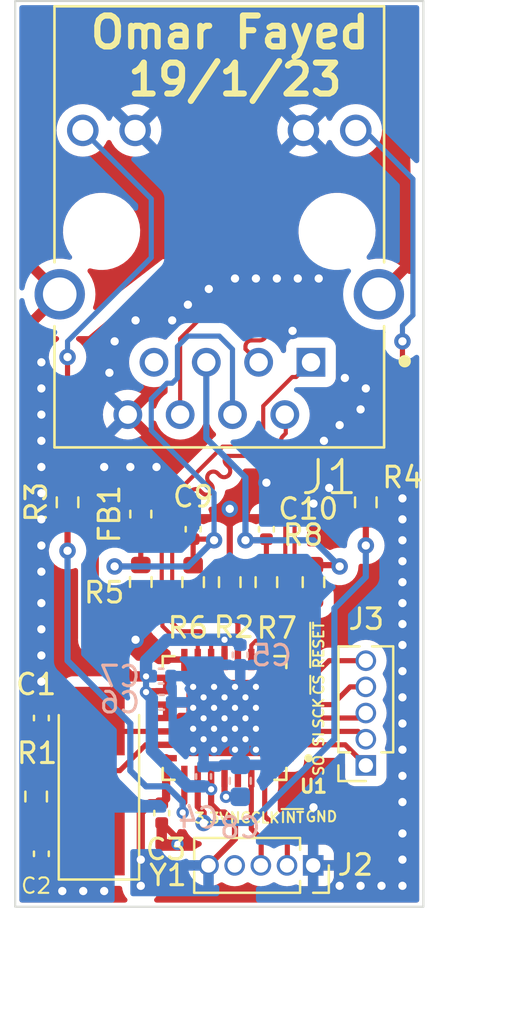
<source format=kicad_pcb>
(kicad_pcb (version 20221018) (generator pcbnew)
  (layers (0 "F.Cu" signal) (1 "In1.Cu" power "GND") (2 "In2.Cu" power "GND1") (31 "B.Cu" signal) (34 "B.Paste" user) (35 "F.Paste" user) (36 "B.SilkS" user "B.Silkscreen") (37 "F.SilkS" user "F.Silkscreen") (38 "B.Mask" user) (39 "F.Mask" user) (44 "Edge.Cuts" user))
  (net 0 "")
  (net 1 "GND")
  (net 2 "OSC1")
  (net 3 "Net-(C2-Pad2)")
  (net 4 "+3.3V")
  (net 5 "Net-(C8-Pad1)")
  (net 6 "P4")
  (net 7 "P5")
  (net 8 "CLKOUT")
  (net 9 "SI")
  (net 10 "~{CS}")
  (net 11 "~{INT}")
  (net 12 "~{RESET}")
  (net 13 "SO")
  (net 14 "SCK")
  (net 15 "OSC2")
  (net 16 "Net-(R2-Pad2)")
  (net 17 "Net-(J1-Pad12)")
  (net 18 "LEDB")
  (net 19 "Net-(J1-Pad9)")
  (net 20 "LEDA")
  (net 21 "TX+")
  (net 22 "TX-")
  (net 23 "RX+")
  (net 24 "RX-")
  (net 25 "Earth")
  (footprint "Capacitor_SMD:C_0402_1005Metric" (layer "F.Cu") (at 143.002 45.692 -90)
    (fp_text reference "C10")
    (fp_text value "0.1uF")
  )
  (footprint "Connector_PinSocket_1.27mm:PinSocket_1x05_P1.27mm_Vertical" (layer "F.Cu") (at 147.828 57.15 180)
    (fp_text reference "J3")
    (fp_text value "Conn_01x05_Female")
  )
  (footprint "Resistor_SMD:R_0603_1608Metric" (layer "F.Cu") (at 131.826 58.661 90)
    (fp_text reference "R1")
    (fp_text value "1K")
  )
  (footprint "Model:QFN65P600X600X100-29N" (layer "F.Cu") (at 140.97 54.851 180)
    (fp_text reference "U1")
    (fp_text value "ENC28J60/ML")
  )
  (footprint "Resistor_SMD:R_0603_1608Metric" (layer "F.Cu") (at 143.002 48.26 90)
    (fp_text reference "R7")
    (fp_text value "49.9R")
  )
  (footprint "Resistor_SMD:R_0603_1608Metric" (layer "F.Cu") (at 133.35 44.387 -90)
    (fp_text reference "R3")
    (fp_text value "330R")
  )
  (footprint "Capacitor_SMD:C_0402_1005Metric" (layer "F.Cu") (at 137.922 59.464 90)
    (fp_text reference "C3")
    (fp_text value "100nF")
  )
  (footprint "Resistor_SMD:R_0603_1608Metric" (layer "F.Cu") (at 147.828 44.387 -90)
    (fp_text reference "R4")
    (fp_text value "330R")
  )
  (footprint "Inductor_SMD:L_0603_1608Metric" (layer "F.Cu") (at 136.906 44.958 -90)
    (fp_text reference "FB1")
    (fp_text value "20MHz")
  )
  (footprint "Resistor_SMD:R_0603_1608Metric" (layer "F.Cu") (at 139.446 48.26 -90)
    (fp_text reference "R6")
    (fp_text value "49.9R")
  )
  (footprint "Model:HANRUN_HR911105A" (layer "F.Cu") (at 140.716 31.242)
    (fp_text reference "J1")
    (fp_text value "HR911105A")
  )
  (footprint "Connector_PinSocket_1.27mm:PinSocket_1x05_P1.27mm_Vertical" (layer "F.Cu") (at 145.273 62.001 -90)
    (fp_text reference "J2")
    (fp_text value "Conn_01x05_Female")
  )
  (footprint "Resistor_SMD:R_0603_1608Metric" (layer "F.Cu") (at 141.224 48.26 -90)
    (fp_text reference "R2")
    (fp_text value "2.32K")
  )
  (footprint "Resistor_SMD:R_0603_1608Metric" (layer "F.Cu") (at 145.288 48.26 -90)
    (fp_text reference "R8")
    (fp_text value "49.9R")
  )
  (footprint "Capacitor_SMD:C_0402_1005Metric" (layer "F.Cu") (at 132.08 54.851 -90)
    (fp_text reference "C1")
    (fp_text value "20pF")
  )
  (footprint "Capacitor_SMD:C_0402_1005Metric" (layer "F.Cu") (at 139.446 45.692 90)
    (fp_text reference "C9")
    (fp_text value "0.1uF")
  )
  (footprint "Resistor_SMD:R_0603_1608Metric" (layer "F.Cu") (at 136.906 48.252825 90)
    (fp_text reference "R5")
    (fp_text value "49.9R")
  )
  (footprint "Crystal:Crystal_SMD_0603-2Pin_6.0x3.5mm_HandSoldering" (layer "F.Cu") (at 134.874 57.912 90)
    (fp_text reference "Y1")
    (fp_text value "25MHz")
  )
  (footprint "Capacitor_SMD:C_0402_1005Metric" (layer "F.Cu") (at 132.08 61.44 90)
    (fp_text reference "C2")
    (fp_text value "20pF")
  )
  (footprint "Capacitor_SMD:C_0603_1608Metric" (layer "B.Cu") (at 141.732 57.899 90)
    (fp_text reference "C8")
    (fp_text value "10uF")
  )
  (footprint "Capacitor_SMD:C_0402_1005Metric" (layer "B.Cu") (at 141.732 51.788 90)
    (fp_text reference "C5")
    (fp_text value "0.1uF")
  )
  (footprint "Capacitor_SMD:C_0402_1005Metric" (layer "B.Cu") (at 137.894 52.819 180)
    (fp_text reference "C7")
    (fp_text value "0.1uF")
  )
  (footprint "Capacitor_SMD:C_0402_1005Metric" (layer "B.Cu") (at 139.954 57.686 -90)
    (fp_text reference "C4")
    (fp_text value "0.1uF")
  )
  (footprint "Capacitor_SMD:C_0402_1005Metric" (layer "B.Cu") (at 137.922 54.089 180)
    (fp_text reference "C6")
    (fp_text value "0.1uF")
  )
  (gr_rect (start 130.81 20.066) (end 150.622 64.008) (stroke (width 0.1)) (fill none) (layer "Edge.Cuts"))
  (gr_text "~{INT}" (at 144.260835 59.678835) (layer "F.SilkS") (effects (font (size 0.5 0.5) (thickness 0.1))))
  (gr_text "NC" (at 141.732 59.69) (layer "F.SilkS") (effects (font (size 0.5 0.5) (thickness 0.1))))
  (gr_text "~{RESET}" (at 145.542 51.308 90) (layer "F.SilkS") (effects (font (size 0.5 0.5) (thickness 0.1))))
  (gr_text "SO" (at 145.542 57.15 90) (layer "F.SilkS") (effects (font (size 0.5 0.5) (thickness 0.1))))
  (gr_text "GND" (at 145.670395 59.636967) (layer "F.SilkS") (effects (font (size 0.5 0.5) (thickness 0.1))))
  (gr_text "Omar Fayed" (at 141.224 21.59) (layer "F.SilkS") (effects (font (size 1.5 1.5) (thickness 0.3))))
  (gr_text "19/1/23" (at 141.478 23.876) (layer "F.SilkS") (effects (font (size 1.5 1.5) (thickness 0.3))))
  (gr_text "SCK" (at 145.542 54.61 90) (layer "F.SilkS") (effects (font (size 0.5 0.5) (thickness 0.1))))
  (gr_text "CLK\n\n" (at 142.93501 60.097516) (layer "F.SilkS") (effects (font (size 0.5 0.5) (thickness 0.1))))
  (gr_text "~{CS}" (at 145.54565 53.239087 90) (layer "F.SilkS") (effects (font (size 0.5 0.5) (thickness 0.1))))
  (gr_text "3.3V" (at 140.339186 59.706747) (layer "F.SilkS") (effects (font (size 0.5 0.5) (thickness 0.1))))
  (gr_text "SI" (at 145.542 55.88 90) (layer "F.SilkS") (effects (font (size 0.5 0.5) (thickness 0.1))))
  (segment (start 139.291 54.201) (end 139.446 54.356) (width 0.3) (layer "F.Cu") (net 1))
  (segment (start 138.684 60.706) (end 138.684 60.96) (width 0.3) (layer "F.Cu") (net 1))
  (segment (start 132.08 53.086) (end 132.08 51.816) (width 0.3) (layer "F.Cu") (net 1))
  (segment (start 132.08 61.92) (end 132.08 62.738) (width 0.3) (layer "F.Cu") (net 1))
  (segment (start 141.62 56.53) (end 141.478 56.388) (width 0.3) (layer "F.Cu") (net 1))
  (segment (start 141.62 57.686) (end 141.62 56.53) (width 0.3) (layer "F.Cu") (net 1))
  (segment (start 139.02 52.016) (end 139.02 52.914) (width 0.3) (layer "F.Cu") (net 1))
  (segment (start 132.08 51.816) (end 132.08 50.546) (width 0.3) (layer "F.Cu") (net 1))
  (segment (start 138.135 54.201) (end 139.291 54.201) (width 0.3) (layer "F.Cu") (net 1))
  (segment (start 132.08 54.371) (end 132.08 53.086) (width 0.3) (layer "F.Cu") (net 1))
  (segment (start 143.805 52.901) (end 142.933 52.901) (width 0.3) (layer "F.Cu") (net 1))
  (segment (start 134.112 63.246) (end 133.096 63.246) (width 0.3) (layer "F.Cu") (net 1))
  (segment (start 139.02 52.914) (end 139.446 53.34) (width 0.3) (layer "F.Cu") (net 1))
  (segment (start 142.933 52.901) (end 142.494 53.34) (width 0.3) (layer "F.Cu") (net 1))
  (segment (start 141.224 44.704) (end 141.224 47.435) (width 0.3) (layer "F.Cu") (net 1))
  (segment (start 132.588 63.246) (end 133.096 63.246) (width 0.3) (layer "F.Cu") (net 1))
  (segment (start 139.433 54.851) (end 139.446 54.864) (width 0.3) (layer "F.Cu") (net 1))
  (segment (start 132.08 62.738) (end 132.588 63.246) (width 0.3) (layer "F.Cu") (net 1))
  (segment (start 132.08 50.546) (end 132.08 49.276) (width 0.3) (layer "F.Cu") (net 1))
  (segment (start 137.922 59.944) (end 138.684 60.706) (width 0.3) (layer "F.Cu") (net 1))
  (segment (start 138.135 54.851) (end 139.433 54.851) (width 0.3) (layer "F.Cu") (net 1))
  (via (at 145.542 33.528) (size 0.8) (drill 0.4) (layers "F.Cu" "B.Cu") (net 1))
  (via (at 149.606 50.292) (size 0.8) (drill 0.4) (layers "F.Cu" "B.Cu") (net 1))
  (via (at 139.446 54.356) (size 0.6) (drill 0.3) (layers "F.Cu" "B.Cu") (net 1))
  (via (at 136.652 51.054) (size 0.8) (drill 0.4) (layers "F.Cu" "B.Cu") (net 1))
  (via (at 141.478 55.372) (size 0.6) (drill 0.3) (layers "F.Cu" "B.Cu") (net 1))
  (via (at 132.08 41.402) (size 0.8) (drill 0.4) (layers "F.Cu" "B.Cu") (net 1))
  (via (at 132.08 40.132) (size 0.8) (drill 0.4) (layers "F.Cu" "B.Cu") (net 1))
  (via (at 141.986 54.864) (size 0.6) (drill 0.3) (layers "F.Cu" "B.Cu") (net 1))
  (via (at 149.606 62.992) (size 0.8) (drill 0.4) (layers "F.Cu" "B.Cu") (net 1))
  (via (at 140.462 54.356) (size 0.6) (drill 0.3) (layers "F.Cu" "B.Cu") (net 1))
  (via (at 149.606 61.722) (size 0.8) (drill 0.4) (layers "F.Cu" "B.Cu") (net 1))
  (via (at 132.08 46.482) (size 0.8) (drill 0.4) (layers "F.Cu" "B.Cu") (net 1))
  (via (at 142.494 54.356) (size 0.6) (drill 0.3) (layers "F.Cu" "B.Cu") (net 1))
  (via (at 142.494 53.34) (size 0.6) (drill 0.3) (layers "F.Cu" "B.Cu") (net 1))
  (via (at 138.684 60.96) (size 0.6) (drill 0.3) (layers "F.Cu" "B.Cu") (net 1))
  (via (at 132.08 38.862) (size 0.8) (drill 0.4) (layers "F.Cu" "B.Cu") (net 1))
  (via (at 145.288 44.45) (size 0.8) (drill 0.4) (layers "F.Cu" "B.Cu") (net 1))
  (via (at 136.398 42.672) (size 0.8) (drill 0.4) (layers "F.Cu" "B.Cu") (net 1))
  (via (at 144.272 36.068) (size 0.8) (drill 0.4) (layers "F.Cu" "B.Cu") (net 1))
  (via (at 143.51 33.528) (size 0.8) (drill 0.4) (layers "F.Cu" "B.Cu") (net 1))
  (via (at 140.462 53.34) (size 0.6) (drill 0.3) (layers "F.Cu" "B.Cu") (net 1))
  (via (at 149.606 51.308) (size 0.8) (drill 0.4) (layers "F.Cu" "B.Cu") (net 1))
  (via (at 147.574 62.992) (size 0.8) (drill 0.4) (layers "F.Cu" "B.Cu") (net 1))
  (via (at 149.606 55.118) (size 0.8) (drill 0.4) (layers "F.Cu" "B.Cu") (net 1))
  (via (at 134.112 63.246) (size 0.8) (drill 0.4) (layers "F.Cu" "B.Cu") (net 1))
  (via (at 132.08 47.752) (size 0.8) (drill 0.4) (layers "F.Cu" "B.Cu") (net 1))
  (via (at 139.446 56.388) (size 0.6) (drill 0.3) (layers "F.Cu" "B.Cu") (net 1))
  (via (at 139.954 54.864) (size 0.6) (drill 0.3) (layers "F.Cu" "B.Cu") (net 1))
  (via (at 140.97 54.864) (size 0.6) (drill 0.3) (layers "F.Cu" "B.Cu") (net 1))
  (via (at 149.606 48.26) (size 0.8) (drill 0.4) (layers "F.Cu" "B.Cu") (net 1))
  (via (at 140.97 55.88) (size 0.6) (drill 0.3) (layers "F.Cu" "B.Cu") (net 1))
  (via (at 132.08 42.672) (size 0.8) (drill 0.4) (layers "F.Cu" "B.Cu") (net 1))
  (via (at 149.606 46.228) (size 0.8) (drill 0.4) (layers "F.Cu" "B.Cu") (net 1))
  (via (at 137.668 42.672) (size 0.8) (drill 0.4) (layers "F.Cu" "B.Cu") (net 1))
  (via (at 136.652 35.56) (size 0.8) (drill 0.4) (layers "F.Cu" "B.Cu") (net 1))
  (via (at 139.192 34.798) (size 0.8) (drill 0.4) (layers "F.Cu" "B.Cu") (net 1))
  (via (at 142.494 55.372) (size 0.6) (drill 0.3) (layers "F.Cu" "B.Cu") (net 1))
  (via (at 141.224 44.704) (size 0.8) (drill 0.4) (layers "F.Cu" "B.Cu") (net 1))
  (via (at 146.558 62.992) (size 0.8) (drill 0.4) (layers "F.Cu" "B.Cu") (net 1))
  (via (at 141.478 53.34) (size 0.6) (drill 0.3) (layers "F.Cu" "B.Cu") (net 1))
  (via (at 132.08 43.942) (size 0.8) (drill 0.4) (layers "F.Cu" "B.Cu") (net 1))
  (via (at 138.43 35.56) (size 0.8) (drill 0.4) (layers "F.Cu" "B.Cu") (net 1))
  (via (at 143.002 43.434) (size 0.8) (drill 0.4) (layers "F.Cu" "B.Cu") (net 1))
  (via (at 146.05 43.688) (size 0.8) (drill 0.4) (layers "F.Cu" "B.Cu") (net 1))
  (via (at 149.606 53.848) (size 0.8) (drill 0.4) (layers "F.Cu" "B.Cu") (net 1))
  (via (at 139.446 53.34) (size 0.6) (drill 0.3) (layers "F.Cu" "B.Cu") (net 1))
  (via (at 149.606 58.928) (size 0.8) (drill 0.4) (layers "F.Cu" "B.Cu") (net 1))
  (via (at 149.606 57.658) (size 0.8) (drill 0.4) (layers "F.Cu" "B.Cu") (net 1))
  (via (at 132.08 50.546) (size 0.8) (drill 0.4) (layers "F.Cu" "B.Cu") (net 1))
  (via (at 146.558 40.64) (size 0.8) (drill 0.4) (layers "F.Cu" "B.Cu") (net 1))
  (via (at 140.208 34.036) (size 0.8) (drill 0.4) (layers "F.Cu" "B.Cu") (net 1))
  (via (at 142.494 56.388) (size 0.6) (drill 0.3) (layers "F.Cu" "B.Cu") (net 1))
  (via (at 141.986 55.88) (size 0.6) (drill 0.3) (layers "F.Cu" "B.Cu") (net 1))
  (via (at 132.08 53.086) (size 0.8) (drill 0.4) (layers "F.Cu" "B.Cu") (net 1))
  (via (at 132.08 37.592) (size 0.8) (drill 0.4) (layers "F.Cu" "B.Cu") (net 1))
  (via (at 148.59 62.992) (size 0.8) (drill 0.4) (layers "F.Cu" "B.Cu") (net 1))
  (via (at 139.446 55.372) (size 0.6) (drill 0.3) (layers "F.Cu" "B.Cu") (net 1))
  (via (at 147.574 39.878) (size 0.8) (drill 0.4) (layers "F.Cu" "B.Cu") (net 1))
  (via (at 139.954 53.848) (size 0.6) (drill 0.3) (layers "F.Cu" "B.Cu") (net 1))
  (via (at 145.288 59.182) (size 0.8) (drill 0.4) (layers "F.Cu" "B.Cu") (net 1))
  (via (at 149.606 52.578) (size 0.8) (drill 0.4) (layers "F.Cu" "B.Cu") (net 1))
  (via (at 144.526 33.528) (size 0.8) (drill 0.4) (layers "F.Cu" "B.Cu") (net 1))
  (via (at 133.096 63.246) (size 0.8) (drill 0.4) (layers "F.Cu" "B.Cu") (net 1))
  (via (at 135.128 42.672) (size 0.8) (drill 0.4) (layers "F.Cu" "B.Cu") (net 1))
  (via (at 149.606 60.452) (size 0.8) (drill 0.4) (layers "F.Cu" "B.Cu") (net 1))
  (via (at 149.606 44.196) (size 0.8) (drill 0.4) (layers "F.Cu" "B.Cu") (net 1))
  (via (at 149.606 56.388) (size 0.8) (drill 0.4) (layers "F.Cu" "B.Cu") (net 1))
  (via (at 141.478 56.388) (size 0.6) (drill 0.3) (layers "F.Cu" "B.Cu") (net 1))
  (via (at 141.986 53.848) (size 0.6) (drill 0.3) (layers "F.Cu" "B.Cu") (net 1))
  (via (at 141.478 33.528) (size 0.8) (drill 0.4) (layers "F.Cu" "B.Cu") (net 1))
  (via (at 149.606 49.276) (size 0.8) (drill 0.4) (layers "F.Cu" "B.Cu") (net 1))
  (via (at 135.382 38.1) (size 0.8) (drill 0.4) (layers "F.Cu" "B.Cu") (net 1))
  (via (at 147.828 38.862) (size 0.8) (drill 0.4) (layers "F.Cu" "B.Cu") (net 1))
  (via (at 141.478 54.356) (size 0.6) (drill 0.3) (layers "F.Cu" "B.Cu") (net 1))
  (via (at 149.606 45.212) (size 0.8) (drill 0.4) (layers "F.Cu" "B.Cu") (net 1))
  (via (at 135.128 63.246) (size 0.8) (drill 0.4) (layers "F.Cu" "B.Cu") (net 1))
  (via (at 146.812 38.354) (size 0.8) (drill 0.4) (layers "F.Cu" "B.Cu") (net 1))
  (via (at 132.08 49.276) (size 0.8) (drill 0.4) (layers "F.Cu" "B.Cu") (net 1))
  (via (at 132.08 45.212) (size 0.8) (drill 0.4) (layers "F.Cu" "B.Cu") (net 1))
  (via (at 139.954 55.88) (size 0.6) (drill 0.3) (layers "F.Cu" "B.Cu") (net 1))
  (via (at 140.97 53.848) (size 0.6) (drill 0.3) (layers "F.Cu" "B.Cu") (net 1))
  (via (at 149.606 47.244) (size 0.8) (drill 0.4) (layers "F.Cu" "B.Cu") (net 1))
  (via (at 140.462 55.372) (size 0.6) (drill 0.3) (layers "F.Cu" "B.Cu") (net 1))
  (via (at 135.636 36.576) (size 0.8) (drill 0.4) (layers "F.Cu" "B.Cu") (net 1))
  (via (at 140.462 56.388) (size 0.6) (drill 0.3) (layers "F.Cu" "B.Cu") (net 1))
  (via (at 142.494 33.528) (size 0.8) (drill 0.4) (layers "F.Cu" "B.Cu") (net 1))
  (via (at 132.08 51.816) (size 0.8) (drill 0.4) (layers "F.Cu" "B.Cu") (net 1))
  (via (at 145.796 41.402) (size 0.8) (drill 0.4) (layers "F.Cu" "B.Cu") (net 1))
  (segment (start 138.374 52.819) (end 138.925 52.819) (width 0.4) (layer "B.Cu") (net 1))
  (segment (start 141.986 53.34) (end 142.494 53.34) (width 0.4) (layer "B.Cu") (net 1))
  (segment (start 141.732 53.086) (end 141.986 53.34) (width 0.4) (layer "B.Cu") (net 1))
  (segment (start 141.732 57.124) (end 141.732 56.642) (width 0.4) (layer "B.Cu") (net 1))
  (segment (start 138.925 52.819) (end 139.446 53.34) (width 0.4) (layer "B.Cu") (net 1))
  (segment (start 141.732 56.642) (end 141.986 56.388) (width 0.4) (layer "B.Cu") (net 1))
  (segment (start 139.205 54.089) (end 139.446 53.848) (width 0.4) (layer "B.Cu") (net 1))
  (segment (start 139.446 53.848) (end 139.954 53.848) (width 0.4) (layer "B.Cu") (net 1))
  (segment (start 138.402 54.089) (end 139.205 54.089) (width 0.4) (layer "B.Cu") (net 1))
  (segment (start 139.954 57.206) (end 139.954 55.88) (width 0.4) (layer "B.Cu") (net 1))
  (segment (start 141.986 56.388) (end 141.986 55.88) (width 0.4) (layer "B.Cu") (net 1))
  (segment (start 141.732 52.268) (end 141.732 53.086) (width 0.4) (layer "B.Cu") (net 1))
  (segment (start 134.5425 55.331) (end 134.874 54.9995) (width 0.25) (layer "F.Cu") (net 2))
  (segment (start 135.3755 55.501) (end 134.874 54.9995) (width 0.25) (layer "F.Cu") (net 2))
  (segment (start 132.08 55.331) (end 134.5425 55.331) (width 0.25) (layer "F.Cu") (net 2))
  (segment (start 138.135 55.501) (end 135.3755 55.501) (width 0.25) (layer "F.Cu") (net 2))
  (segment (start 131.876 59.486) (end 133.2145 60.8245) (width 0.25) (layer "F.Cu") (net 3))
  (segment (start 133.2145 60.8245) (end 134.874 60.8245) (width 0.25) (layer "F.Cu") (net 3))
  (segment (start 131.826 60.706) (end 131.826 59.486) (width 0.25) (layer "F.Cu") (net 3))
  (segment (start 131.826 59.486) (end 131.876 59.486) (width 0.25) (layer "F.Cu") (net 3))
  (segment (start 132.08 60.96) (end 131.826 60.706) (width 0.25) (layer "F.Cu") (net 3))
  (segment (start 136.906 61.722) (end 136.906 62.992) (width 0.4) (layer "F.Cu") (net 4))
  (segment (start 134.62 51.054) (end 136.398 52.832) (width 0.5) (layer "F.Cu") (net 4))
  (segment (start 137.229 52.901) (end 137.16 52.832) (width 0.3) (layer "F.Cu") (net 4))
  (segment (start 140.97 59.436) (end 140.716 59.436) (width 0.3) (layer "F.Cu") (net 4))
  (segment (start 138.135 53.551) (end 138.135 52.901) (width 0.3) (layer "F.Cu") (net 4))
  (segment (start 136.906 59.436) (end 137.358 58.984) (width 0.4) (layer "F.Cu") (net 4))
  (segment (start 137.922 58.984) (end 137.358 58.984) (width 0.4) (layer "F.Cu") (net 4))
  (segment (start 138.135 56.801) (end 138.135 58.771) (width 0.4) (layer "F.Cu") (net 4))
  (segment (start 137.897 62.001) (end 140.193 62.001) (width 0.4) (layer "F.Cu") (net 4))
  (segment (start 140.193 62.001) (end 141.478 60.716) (width 0.3) (layer "F.Cu") (net 4))
  (segment (start 140.716 59.436) (end 140.32 59.04) (width 0.3) (layer "F.Cu") (net 4))
  (segment (start 140.32 59.04) (end 140.32 58.308) (width 0.3) (layer "F.Cu") (net 4))
  (segment (start 138.135 53.551) (end 137.203 53.551) (width 0.3) (layer "F.Cu") (net 4))
  (segment (start 141.478 60.716) (end 141.478 59.944) (width 0.3) (layer "F.Cu") (net 4))
  (segment (start 135.6615 44.1705) (end 134.62 45.212) (width 0.5) (layer "F.Cu") (net 4))
  (segment (start 136.906 44.1705) (end 135.6615 44.1705) (width 0.5) (layer "F.Cu") (net 4))
  (segment (start 140.97 52.016) (end 140.97 51.054) (width 0.3) (layer "F.Cu") (net 4))
  (segment (start 138.135 52.901) (end 137.229 52.901) (width 0.3) (layer "F.Cu") (net 4))
  (segment (start 134.62 45.212) (end 134.62 51.054) (width 0.5) (layer "F.Cu") (net 4))
  (segment (start 136.906 61.722) (end 136.906 59.436) (width 0.4) (layer "F.Cu") (net 4))
  (segment (start 141.478 59.944) (end 140.97 59.436) (width 0.3) (layer "F.Cu") (net 4))
  (segment (start 136.398 52.832) (end 137.16 52.832) (width 0.5) (layer "F.Cu") (net 4))
  (segment (start 138.135 58.771) (end 137.922 58.984) (width 0.4) (layer "F.Cu") (net 4))
  (segment (start 136.906 62.992) (end 137.897 62.001) (width 0.4) (layer "F.Cu") (net 4))
  (segment (start 137.203 53.551) (end 137.16 53.594) (width 0.3) (layer "F.Cu") (net 4))
  (segment (start 140.32 58.308) (end 140.32 57.686) (width 0.3) (layer "F.Cu") (net 4))
  (via (at 136.906 62.992) (size 0.8) (drill 0.4) (layers "F.Cu" "B.Cu") (net 4))
  (via (at 137.16 53.594) (size 0.6) (drill 0.3) (layers "F.Cu" "B.Cu") (net 4))
  (via (at 136.906 61.722) (size 0.8) (drill 0.4) (layers "F.Cu" "B.Cu") (net 4))
  (via (at 137.16 52.832) (size 0.6) (drill 0.3) (layers "F.Cu" "B.Cu") (net 4))
  (via (at 140.32 58.308) (size 0.6) (drill 0.3) (layers "F.Cu" "B.Cu") (net 4))
  (via (at 140.97 51.054) (size 0.6) (drill 0.3) (layers "F.Cu" "B.Cu") (net 4))
  (segment (start 137.442 54.089) (end 137.442 56.416) (width 0.6) (layer "B.Cu") (net 4))
  (segment (start 137.16 52.832) (end 137.16 53.594) (width 0.3) (layer "B.Cu") (net 4))
  (segment (start 139.192 58.166) (end 137.442 56.416) (width 0.6) (layer "B.Cu") (net 4))
  (segment (start 140.97 51.054) (end 138.176 51.054) (width 0.6) (layer "B.Cu") (net 4))
  (segment (start 139.954 58.166) (end 139.192 58.166) (width 0.6) (layer "B.Cu") (net 4))
  (segment (start 137.442 53.876) (end 137.16 53.594) (width 0.6) (layer "B.Cu") (net 4))
  (segment (start 138.176 51.054) (end 137.16 52.07) (width 0.6) (layer "B.Cu") (net 4))
  (segment (start 137.442 54.089) (end 137.442 53.876) (width 0.6) (layer "B.Cu") (net 4))
  (segment (start 137.16 52.832) (end 137.401 52.832) (width 0.3) (layer "B.Cu") (net 4))
  (segment (start 137.16 52.07) (end 137.16 52.832) (width 0.6) (layer "B.Cu") (net 4))
  (segment (start 141.478 51.054) (end 140.97 51.054) (width 0.6) (layer "B.Cu") (net 4))
  (segment (start 141.732 51.308) (end 141.478 51.054) (width 0.6) (layer "B.Cu") (net 4))
  (segment (start 137.401 52.832) (end 137.414 52.819) (width 0.3) (layer "B.Cu") (net 4))
  (segment (start 140.97 57.686) (end 140.97 58.587472) (width 0.3) (layer "F.Cu") (net 5))
  (segment (start 140.97 58.587472) (end 141.042571 58.660043) (width 0.3) (layer "F.Cu") (net 5))
  (via (at 141.042571 58.674) (size 0.6) (drill 0.3) (layers "F.Cu" "B.Cu") (net 5))
  (segment (start 141.042571 58.660043) (end 141.718043 58.660043) (width 0.3) (layer "B.Cu") (net 5))
  (segment (start 141.718043 58.660043) (end 141.732 58.674) (width 0.3) (layer "B.Cu") (net 5))
  (segment (start 141.732 58.674) (end 140.97 58.674) (width 0.4) (layer "B.Cu") (net 5))
  (segment (start 139.446 46.172) (end 139.446 47.435) (width 0.25) (layer "F.Cu") (net 6))
  (segment (start 139.446 46.172) (end 140.406 46.172) (width 0.25) (layer "F.Cu") (net 6))
  (segment (start 136.906 45.7455) (end 136.906 47.427825) (width 0.25) (layer "F.Cu") (net 6))
  (segment (start 136.835825 47.498) (end 136.906 47.427825) (width 0.3) (layer "F.Cu") (net 6))
  (segment (start 135.636 47.498) (end 136.835825 47.498) (width 0.3) (layer "F.Cu") (net 6))
  (segment (start 140.406 46.172) (end 140.462 46.228) (width 0.25) (layer "F.Cu") (net 6))
  (via (at 140.462 46.228) (size 0.8) (drill 0.4) (layers "F.Cu" "B.Cu") (net 6))
  (via (at 135.636 47.498) (size 0.8) (drill 0.4) (layers "F.Cu" "B.Cu") (net 6))
  (segment (start 138.684 38.354) (end 138.684 36.83) (width 0.25) (layer "B.Cu") (net 6))
  (segment (start 137.414 40.894) (end 137.414 39.37) (width 0.25) (layer "B.Cu") (net 6))
  (segment (start 137.414 39.37) (end 138.176 38.608) (width 0.25) (layer "B.Cu") (net 6))
  (segment (start 138.176 38.608) (end 138.43 38.608) (width 0.25) (layer "B.Cu") (net 6))
  (segment (start 140.716 36.322) (end 141.356 36.962) (width 0.25) (layer "B.Cu") (net 6))
  (segment (start 135.636 47.498) (end 139.192 47.498) (width 0.3) (layer "B.Cu") (net 6))
  (segment (start 138.684 36.83) (end 139.192 36.322) (width 0.25) (layer "B.Cu") (net 6))
  (segment (start 140.462 43.942) (end 137.414 40.894) (width 0.25) (layer "B.Cu") (net 6))
  (segment (start 140.462 46.228) (end 140.462 43.942) (width 0.25) (layer "B.Cu") (net 6))
  (segment (start 139.192 47.498) (end 140.462 46.228) (width 0.3) (layer "B.Cu") (net 6))
  (segment (start 139.192 36.322) (end 140.716 36.322) (width 0.25) (layer "B.Cu") (net 6))
  (segment (start 141.356 36.962) (end 141.356 40.132) (width 0.25) (layer "B.Cu") (net 6))
  (segment (start 138.43 38.608) (end 138.684 38.354) (width 0.25) (layer "B.Cu") (net 6))
  (segment (start 146.495 47.435) (end 146.558 47.498) (width 0.3) (layer "F.Cu") (net 7))
  (segment (start 142.946 46.228) (end 143.002 46.172) (width 0.3) (layer "F.Cu") (net 7))
  (segment (start 141.986 46.228) (end 142.946 46.228) (width 0.3) (layer "F.Cu") (net 7))
  (segment (start 145.288 47.435) (end 146.495 47.435) (width 0.3) (layer "F.Cu") (net 7))
  (segment (start 143.002 47.435) (end 143.002 46.172) (width 0.25) (layer "F.Cu") (net 7))
  (via (at 141.986 46.228) (size 0.8) (drill 0.4) (layers "F.Cu" "B.Cu") (net 7))
  (via (at 146.558 47.498) (size 0.8) (drill 0.4) (layers "F.Cu" "B.Cu") (net 7))
  (segment (start 141.986 43.18) (end 140.086 41.28) (width 0.3) (layer "B.Cu") (net 7))
  (segment (start 146.558 47.498) (end 145.288 46.228) (width 0.3) (layer "B.Cu") (net 7))
  (segment (start 141.986 46.228) (end 141.986 43.18) (width 0.3) (layer "B.Cu") (net 7))
  (segment (start 145.288 46.228) (end 141.986 46.228) (width 0.3) (layer "B.Cu") (net 7))
  (segment (start 140.086 41.28) (end 140.086 37.592) (width 0.3) (layer "B.Cu") (net 7))
  (segment (start 142.27 57.686) (end 142.27 60.228) (width 0.25) (layer "F.Cu") (net 8))
  (segment (start 142.748 61.986) (end 142.733 62.001) (width 0.25) (layer "F.Cu") (net 8))
  (segment (start 142.27 60.228) (end 142.748 60.706) (width 0.25) (layer "F.Cu") (net 8))
  (segment (start 142.748 60.706) (end 142.748 61.986) (width 0.25) (layer "F.Cu") (net 8))
  (segment (start 143.805 55.501) (end 147.449 55.501) (width 0.25) (layer "F.Cu") (net 9))
  (segment (start 147.449 55.501) (end 147.828 55.88) (width 0.25) (layer "F.Cu") (net 9))
  (segment (start 146.205 54.201) (end 147.066 53.34) (width 0.25) (layer "F.Cu") (net 10))
  (segment (start 147.066 53.34) (end 147.828 53.34) (width 0.25) (layer "F.Cu") (net 10))
  (segment (start 143.805 54.201) (end 146.205 54.201) (width 0.25) (layer "F.Cu") (net 10))
  (segment (start 144.018 61.986) (end 144.003 62.001) (width 0.25) (layer "F.Cu") (net 11))
  (segment (start 142.92 57.686) (end 142.92 59.608) (width 0.25) (layer "F.Cu") (net 11))
  (segment (start 142.92 59.608) (end 144.018 60.706) (width 0.25) (layer "F.Cu") (net 11))
  (segment (start 144.018 60.706) (end 144.018 61.986) (width 0.25) (layer "F.Cu") (net 11))
  (segment (start 144.569 53.551) (end 146.05 52.07) (width 0.25) (layer "F.Cu") (net 12))
  (segment (start 143.805 53.551) (end 144.569 53.551) (width 0.25) (layer "F.Cu") (net 12))
  (segment (start 146.05 52.07) (end 147.828 52.07) (width 0.25) (layer "F.Cu") (net 12))
  (segment (start 143.805 56.151) (end 146.829 56.151) (width 0.25) (layer "F.Cu") (net 13))
  (segment (start 146.829 56.151) (end 147.828 57.15) (width 0.25) (layer "F.Cu") (net 13))
  (segment (start 147.587 54.851) (end 147.828 54.61) (width 0.25) (layer "F.Cu") (net 14))
  (segment (start 143.805 54.851) (end 147.587 54.851) (width 0.25) (layer "F.Cu") (net 14))
  (segment (start 137.143 56.151) (end 138.135 56.151) (width 0.25) (layer "F.Cu") (net 15))
  (segment (start 131.826 57.836) (end 132.258 57.404) (width 0.25) (layer "F.Cu") (net 15))
  (segment (start 132.258 57.404) (end 135.89 57.404) (width 0.25) (layer "F.Cu") (net 15))
  (segment (start 135.89 57.404) (end 137.143 56.151) (width 0.25) (layer "F.Cu") (net 15))
  (segment (start 141.62 52.016) (end 141.62 50.243) (width 0.25) (layer "F.Cu") (net 16))
  (segment (start 141.62 50.243) (end 141.224 49.847) (width 0.25) (layer "F.Cu") (net 16))
  (segment (start 141.224 49.847) (end 141.224 49.085) (width 0.25) (layer "F.Cu") (net 16))
  (segment (start 133.35 43.562) (end 133.35 37.338) (width 0.25) (layer "F.Cu") (net 17))
  (via (at 133.35 37.338) (size 0.8) (drill 0.4) (layers "F.Cu" "B.Cu") (net 17))
  (segment (start 133.35 37.338) (end 133.35 36.576) (width 0.25) (layer "B.Cu") (net 17))
  (segment (start 137.414 32.512) (end 137.414 29.665) (width 0.25) (layer "B.Cu") (net 17))
  (segment (start 137.414 29.665) (end 134.091 26.342) (width 0.25) (layer "B.Cu") (net 17))
  (segment (start 133.35 36.576) (end 137.414 32.512) (width 0.25) (layer "B.Cu") (net 17))
  (segment (start 133.35 46.736) (end 133.35 45.212) (width 0.3) (layer "F.Cu") (net 18))
  (segment (start 138.938 59.015923) (end 138.938 59.436) (width 0.3) (layer "F.Cu") (net 18))
  (segment (start 139.02 58.933923) (end 138.938 59.015923) (width 0.3) (layer "F.Cu") (net 18))
  (segment (start 139.02 57.686) (end 139.02 58.933923) (width 0.3) (layer "F.Cu") (net 18))
  (via (at 138.938 59.436) (size 0.6) (drill 0.3) (layers "F.Cu" "B.Cu") (net 18))
  (via (at 133.35 46.736) (size 0.8) (drill 0.4) (layers "F.Cu" "B.Cu") (net 18))
  (segment (start 133.35 46.736) (end 133.35 52.07) (width 0.3) (layer "B.Cu") (net 18))
  (segment (start 136.398 57.404) (end 137.16 58.166) (width 0.3) (layer "B.Cu") (net 18))
  (segment (start 133.35 52.07) (end 136.398 55.118) (width 0.3) (layer "B.Cu") (net 18))
  (segment (start 138.176 58.166) (end 138.938 58.928) (width 0.3) (layer "B.Cu") (net 18))
  (segment (start 136.398 55.118) (end 136.398 57.404) (width 0.3) (layer "B.Cu") (net 18))
  (segment (start 137.16 58.166) (end 138.176 58.166) (width 0.3) (layer "B.Cu") (net 18))
  (segment (start 138.938 58.928) (end 138.938 59.436) (width 0.3) (layer "B.Cu") (net 18))
  (segment (start 149.606 41.784) (end 149.606 36.576) (width 0.25) (layer "F.Cu") (net 19))
  (segment (start 147.828 43.562) (end 149.606 41.784) (width 0.25) (layer "F.Cu") (net 19))
  (via (at 149.606 36.576) (size 0.8) (drill 0.4) (layers "F.Cu" "B.Cu") (net 19))
  (segment (start 149.606 35.814) (end 150.114 35.306) (width 0.25) (layer "B.Cu") (net 19))
  (segment (start 150.114 28.702) (end 147.754 26.342) (width 0.25) (layer "B.Cu") (net 19))
  (segment (start 149.606 35.814) (end 149.606 36.576) (width 0.25) (layer "B.Cu") (net 19))
  (segment (start 147.754 26.342) (end 147.341 26.342) (width 0.25) (layer "B.Cu") (net 19))
  (segment (start 150.114 35.306) (end 150.114 28.702) (width 0.25) (layer "B.Cu") (net 19))
  (segment (start 139.67 59.152) (end 139.67 57.686) (width 0.3) (layer "F.Cu") (net 20))
  (segment (start 139.954 59.944) (end 139.954 59.436) (width 0.3) (layer "F.Cu") (net 20))
  (segment (start 147.828 46.482) (end 147.828 45.212) (width 0.3) (layer "F.Cu") (net 20))
  (segment (start 139.954 59.436) (end 139.67 59.152) (width 0.3) (layer "F.Cu") (net 20))
  (via (at 139.954 59.944) (size 0.8) (drill 0.4) (layers "F.Cu" "B.Cu") (net 20))
  (via (at 147.828 46.482) (size 0.8) (drill 0.4) (layers "F.Cu" "B.Cu") (net 20))
  (segment (start 147.828 48.006) (end 147.828 46.482) (width 0.3) (layer "B.Cu") (net 20))
  (segment (start 139.954 59.944) (end 142.24 59.944) (width 0.3) (layer "B.Cu") (net 20))
  (segment (start 146.304 55.88) (end 146.304 49.53) (width 0.3) (layer "B.Cu") (net 20))
  (segment (start 146.304 49.53) (end 147.828 48.006) (width 0.3) (layer "B.Cu") (net 20))
  (segment (start 142.24 59.944) (end 146.304 55.88) (width 0.3) (layer "B.Cu") (net 20))
  (segment (start 138.6198 51.054) (end 139.446 51.054) (width 0.2) (layer "F.Cu") (net 21))
  (segment (start 140.8768 41.685) (end 142.719 41.685) (width 0.2) (layer "F.Cu") (net 21))
  (segment (start 142.848483 41.555517) (end 142.848483 39.714913) (width 0.2) (layer "F.Cu") (net 21))
  (segment (start 145.166 37.638637) (end 145.166 37.592) (width 0.2) (layer "F.Cu") (net 21))
  (segment (start 136.906 49.077825) (end 137.104175 49.077825) (width 0.2) (layer "F.Cu") (net 21))
  (segment (start 137.922 48.26) (end 137.922 44.6398) (width 0.2) (layer "F.Cu") (net 21))
  (segment (start 142.719 41.685) (end 142.848483 41.555517) (width 0.2) (layer "F.Cu") (net 21))
  (segment (start 137.954587 50.126412) (end 137.954587 50.388787) (width 0.2) (layer "F.Cu") (net 21))
  (segment (start 142.848483 39.714913) (end 144.256448 38.306948) (width 0.2) (layer "F.Cu") (net 21))
  (segment (start 137.922 44.6398) (end 140.8768 41.685) (width 0.2) (layer "F.Cu") (net 21))
  (segment (start 136.906 49.077825) (end 137.954587 50.126412) (width 0.2) (layer "F.Cu") (net 21))
  (segment (start 139.67 51.278) (end 139.67 52.016) (width 0.2) (layer "F.Cu") (net 21))
  (segment (start 139.446 51.054) (end 139.67 51.278) (width 0.2) (layer "F.Cu") (net 21))
  (segment (start 137.954587 50.388787) (end 138.6198 51.054) (width 0.2) (layer "F.Cu") (net 21))
  (segment (start 137.104175 49.077825) (end 137.922 48.26) (width 0.2) (layer "F.Cu") (net 21))
  (segment (start 145.166 37.592) (end 144.451052 38.306948) (width 0.2) (layer "F.Cu") (net 21))
  (segment (start 144.256448 38.306948) (end 144.451052 38.306948) (width 0.2) (layer "F.Cu") (net 21))
  (segment (start 141.063199 42.559266) (end 141.159874 42.655941) (width 0.2) (layer "F.Cu") (net 22))
  (segment (start 142.950362 42.03142) (end 142.950361 42.031419) (width 0.2) (layer "F.Cu") (net 22))
  (segment (start 138.404589 50.126412) (end 138.404589 50.202389) (width 0.2) (layer "F.Cu") (net 22))
  (segment (start 138.43 44.7682) (end 138.43 48.26) (width 0.2) (layer "F.Cu") (net 22))
  (segment (start 139.887081 43.928735) (end 139.790407 43.832061) (width 0.2) (layer "F.Cu") (net 22))
  (segment (start 140.214671 42.983532) (end 140.21467 42.98353) (width 0.2) (layer "F.Cu") (net 22))
  (segment (start 143.942637 41.039142) (end 143.79889 41.182889) (width 0.2) (layer "F.Cu") (net 22))
  (segment (start 140.214669 43.407796) (end 140.311344 43.504471) (width 0.2) (layer "F.Cu") (net 22))
  (segment (start 143.79889 41.607155) (end 143.798889 41.607155) (width 0.2) (layer "F.Cu") (net 22))
  (segment (start 139.446 49.085) (end 138.404589 50.126412) (width 0.2) (layer "F.Cu") (net 22))
  (segment (start 143.942637 40.178637) (end 143.942637 41.039142) (width 0.2) (layer "F.Cu") (net 22))
  (segment (start 139.366143 43.832061) (end 139.366141 43.832062) (width 0.2) (layer "F.Cu") (net 22))
  (segment (start 140.21467 43.407796) (end 140.214669 43.407796) (width 0.2) (layer "F.Cu") (net 22))
  (segment (start 138.404589 50.202389) (end 138.8431 50.6409) (width 0.2) (layer "F.Cu") (net 22))
  (segment (start 140.214673 42.983531) (end 140.214671 42.983532) (width 0.2) (layer "F.Cu") (net 22))
  (segment (start 140.735611 43.080205) (end 140.638937 42.983531) (width 0.2) (layer "F.Cu") (net 22))
  (segment (start 139.366141 43.832062) (end 139.269833 43.928367) (width 0.2) (layer "F.Cu") (net 22))
  (segment (start 138.8431 50.6409) (end 139.7949 50.6409) (width 0.2) (layer "F.Cu") (net 22))
  (segment (start 138.43 48.26) (end 139.255 49.085) (width 0.2) (layer "F.Cu") (net 22))
  (segment (start 139.255 49.085) (end 139.446 49.085) (width 0.2) (layer "F.Cu") (net 22))
  (segment (start 143.798889 41.607155) (end 144.081732 41.889998) (width 0.2) (layer "F.Cu") (net 22))
  (segment (start 141.0632 42.559266) (end 141.063199 42.559266) (width 0.2) (layer "F.Cu") (net 22))
  (segment (start 140.32 51.166) (end 140.32 52.016) (width 0.2) (layer "F.Cu") (net 22))
  (segment (start 142.846779 42.135) (end 141.0632 42.135) (width 0.2) (layer "F.Cu") (net 22))
  (segment (start 143.657468 42.314262) (end 143.374626 42.03142) (width 0.2) (layer "F.Cu") (net 22))
  (segment (start 139.269833 43.928367) (end 138.43 44.7682) (width 0.2) (layer "F.Cu") (net 22))
  (segment (start 141.159874 43.080205) (end 141.159875 43.080205) (width 0.2) (layer "F.Cu") (net 22))
  (segment (start 143.896 40.132) (end 143.942637 40.178637) (width 0.2) (layer "F.Cu") (net 22))
  (segment (start 142.950361 42.031419) (end 142.846779 42.135) (width 0.2) (layer "F.Cu") (net 22))
  (segment (start 140.311344 43.928735) (end 140.311345 43.928735) (width 0.2) (layer "F.Cu") (net 22))
  (segment (start 139.7949 50.6409) (end 140.32 51.166) (width 0.2) (layer "F.Cu") (net 22))
  (arc (start 143.374626 42.03142) (mid 143.162494 41.943552) (end 142.950362 42.03142) (width 0.2) (layer "F.Cu") (net 22))
  (arc (start 144.081732 41.889998) (mid 144.1696 42.10213) (end 144.081732 42.314262) (width 0.2) (layer "F.Cu") (net 22))
  (arc (start 141.0632 42.135) (mid 140.975331 42.347134) (end 141.0632 42.559266) (width 0.2) (layer "F.Cu") (net 22))
  (arc (start 140.638937 42.983531) (mid 140.426805 42.895663) (end 140.214673 42.983531) (width 0.2) (layer "F.Cu") (net 22))
  (arc (start 139.790407 43.832061) (mid 139.578275 43.744193) (end 139.366143 43.832061) (width 0.2) (layer "F.Cu") (net 22))
  (arc (start 141.159874 42.655941) (mid 141.247742 42.868073) (end 141.159874 43.080205) (width 0.2) (layer "F.Cu") (net 22))
  (arc (start 140.311345 43.928735) (mid 140.099213 44.016603) (end 139.887081 43.928735) (width 0.2) (layer "F.Cu") (net 22))
  (arc (start 140.311344 43.504471) (mid 140.399212 43.716603) (end 140.311344 43.928735) (width 0.2) (layer "F.Cu") (net 22))
  (arc (start 140.21467 42.98353) (mid 140.126801 43.195664) (end 140.21467 43.407796) (width 0.2) (layer "F.Cu") (net 22))
  (arc (start 143.79889 41.182889) (mid 143.711021 41.395023) (end 143.79889 41.607155) (width 0.2) (layer "F.Cu") (net 22))
  (arc (start 144.081732 42.314262) (mid 143.8696 42.40213) (end 143.657468 42.314262) (width 0.2) (layer "F.Cu") (net 22))
  (arc (start 141.159875 43.080205) (mid 140.947743 43.168073) (end 140.735611 43.080205) (width 0.2) (layer "F.Cu") (net 22))
  (segment (start 142.27 51.32545) (end 142.27 52.016) (width 0.2) (layer "F.Cu") (net 23))
  (segment (start 147.052251 37.094953) (end 147.052251 37.094952) (width 0.2) (layer "F.Cu") (net 23))
  (segment (start 147.20137 36.52157) (end 147.201371 36.521571) (width 0.2) (layer "F.Cu") (net 23))
  (segment (start 141.986 36.83) (end 141.986 36.952) (width 0.2) (layer "F.Cu") (net 23))
  (segment (start 141.986 35.052) (end 141.986 35.63) (width 0.2) (layer "F.Cu") (net 23))
  (segment (start 143.468132 51.104241) (end 142.491209 51.104241) (width 0.2) (layer "F.Cu") (net 23))
  (segment (start 146.2108 42.447) (end 148.619 40.0388) (width 0.2) (layer "F.Cu") (net 23))
  (segment (start 145.873063 35.617527) (end 145.593943 35.896648) (width 0.2) (layer "F.Cu") (net 23))
  (segment (start 143.919999 43.975801) (end 145.4488 42.447) (width 0.2) (layer "F.Cu") (net 23))
  (segment (start 143.969 34.769) (end 143.919 34.769) (width 0.2) (layer "F.Cu") (net 23))
  (segment (start 143.92 50.671604) (end 143.900769 50.671604) (width 0.2) (layer "F.Cu") (net 23))
  (segment (start 143.900769 50.671604) (end 143.468132 51.104241) (width 0.2) (layer "F.Cu") (net 23))
  (segment (start 142.686 36.53) (end 142.286 36.53) (width 0.2) (layer "F.Cu") (net 23))
  (segment (start 142.286 35.93) (end 142.686 35.93) (width 0.2) (layer "F.Cu") (net 23))
  (segment (start 147.625634 37.370099) (end 147.476516 37.519218) (width 0.2) (layer "F.Cu") (net 23))
  (segment (start 143.919999 48.167001) (end 143.919999 43.975801) (width 0.2) (layer "F.Cu") (net 23))
  (segment (start 147.625635 37.370099) (end 147.625634 37.370099) (width 0.2) (layer "F.Cu") (net 23))
  (segment (start 148.619 37.9392) (end 148.0499 37.3701) (width 0.2) (layer "F.Cu") (net 23))
  (segment (start 145.165957 35.476106) (end 145.4488 35.193264) (width 0.2) (layer "F.Cu") (net 23))
  (segment (start 141.986 36.952) (end 142.626 37.592) (width 0.2) (layer "F.Cu") (net 23))
  (segment (start 143.619 35.069) (end 143.619 35.469) (width 0.2) (layer "F.Cu") (net 23))
  (segment (start 142.491209 51.104241) (end 142.27 51.32545) (width 0.2) (layer "F.Cu") (net 23))
  (segment (start 143.002 49.085) (end 143.919999 50.002999) (width 0.2) (layer "F.Cu") (net 23))
  (segment (start 143.002 49.085) (end 143.919999 48.167001) (width 0.2) (layer "F.Cu") (net 23))
  (segment (start 142.719 34.769) (end 142.269 34.769) (width 0.2) (layer "F.Cu") (net 23))
  (segment (start 148.619 40.0388) (end 148.619 37.9392) (width 0.2) (layer "F.Cu") (net 23))
  (segment (start 147.052251 37.094952) (end 147.20137 36.945834) (width 0.2) (layer "F.Cu") (net 23))
  (segment (start 145.4488 42.447) (end 146.2108 42.447) (width 0.2) (layer "F.Cu") (net 23))
  (segment (start 145.593943 35.896648) (end 145.590222 35.900369) (width 0.2) (layer "F.Cu") (net 23))
  (segment (start 145.4488 35.193264) (end 145.448799 35.193265) (width 0.2) (layer "F.Cu") (net 23))
  (segment (start 145.4488 34.769) (end 143.969 34.769) (width 0.2) (layer "F.Cu") (net 23))
  (segment (start 143.919999 50.002999) (end 143.92 50.671604) (width 0.2) (layer "F.Cu") (net 23))
  (segment (start 147.201371 36.521571) (end 146.297327 35.617527) (width 0.2) (layer "F.Cu") (net 23))
  (segment (start 143.019 35.469) (end 143.019 35.069) (width 0.2) (layer "F.Cu") (net 23))
  (segment (start 142.269 34.769) (end 141.986 35.052) (width 0.2) (layer "F.Cu") (net 23))
  (arc (start 145.165957 35.90037) (mid 145.078089 35.688238) (end 145.165957 35.476106) (width 0.2) (layer "F.Cu") (net 23))
  (arc (start 143.619 35.469) (mid 143.531132 35.681132) (end 143.319 35.769) (width 0.2) (layer "F.Cu") (net 23))
  (arc (start 143.319 35.769) (mid 143.106868 35.681132) (end 143.019 35.469) (width 0.2) (layer "F.Cu") (net 23))
  (arc (start 147.20137 36.945834) (mid 147.289238 36.733702) (end 147.20137 36.52157) (width 0.2) (layer "F.Cu") (net 23))
  (arc (start 147.476516 37.519218) (mid 147.264384 37.607086) (end 147.052252 37.519218) (width 0.2) (layer "F.Cu") (net 23))
  (arc (start 142.286 36.53) (mid 142.073868 36.617868) (end 141.986 36.83) (width 0.2) (layer "F.Cu") (net 23))
  (arc (start 147.052252 37.519218) (mid 146.964382 37.307085) (end 147.052251 37.094953) (width 0.2) (layer "F.Cu") (net 23))
  (arc (start 142.686 35.93) (mid 142.898132 36.017868) (end 142.986 36.23) (width 0.2) (layer "F.Cu") (net 23))
  (arc (start 145.448799 35.193265) (mid 145.536668 34.981133) (end 145.4488 34.769) (width 0.2) (layer "F.Cu") (net 23))
  (arc (start 143.019 35.069) (mid 142.931132 34.856868) (end 142.719 34.769) (width 0.2) (layer "F.Cu") (net 23))
  (arc (start 145.590222 35.900369) (mid 145.37809 35.988238) (end 145.165957 35.90037) (width 0.2) (layer "F.Cu") (net 23))
  (arc (start 143.919 34.769) (mid 143.706868 34.856868) (end 143.619 35.069) (width 0.2) (layer "F.Cu") (net 23))
  (arc (start 142.986 36.23) (mid 142.898132 36.442132) (end 142.686 36.53) (width 0.2) (layer "F.Cu") (net 23))
  (arc (start 148.0499 37.3701) (mid 147.837767 37.28223) (end 147.625635 37.370099) (width 0.2) (layer "F.Cu") (net 23))
  (arc (start 141.986 35.63) (mid 142.073868 35.842132) (end 142.286 35.93) (width 0.2) (layer "F.Cu") (net 23))
  (arc (start 146.297327 35.617527) (mid 146.085195 35.529659) (end 145.873063 35.617527) (width 0.2) (layer "F.Cu") (net 23))
  (segment (start 143.585699 51.628654) (end 143.198351 52.016) (width 0.2) (layer "F.Cu") (net 24))
  (segment (start 145.6352 34.319) (end 140.941 34.319) (width 0.2) (layer "F.Cu") (net 24))
  (segment (start 144.370001 48.167001) (end 144.370001 44.162199) (width 0.2) (layer "F.Cu") (net 24))
  (segment (start 145.288 49.085) (end 144.370001 50.002999) (width 0.2) (layer "F.Cu") (net 24))
  (segment (start 140.941 34.319) (end 138.816 36.444) (width 0.2) (layer "F.Cu") (net 24))
  (segment (start 144.370001 51.564426) (end 144.37 51.564427) (width 0.2) (layer "F.Cu") (net 24))
  (segment (start 143.585698 51.628656) (end 143.585699 51.628654) (width 0.2) (layer "F.Cu") (net 24))
  (segment (start 144.37 51.564427) (end 144.305773 51.628655) (width 0.2) (layer "F.Cu") (net 24))
  (segment (start 146.3972 42.897) (end 149.069 40.2252) (width 0.2) (layer "F.Cu") (net 24))
  (segment (start 145.6352 42.897) (end 146.3972 42.897) (width 0.2) (layer "F.Cu") (net 24))
  (segment (start 144.370001 50.002999) (end 144.37 50.844351) (width 0.2) (layer "F.Cu") (net 24))
  (segment (start 138.816 36.444) (end 138.816 40.132) (width 0.2) (layer "F.Cu") (net 24))
  (segment (start 149.069 40.2252) (end 149.069 37.7528) (width 0.2) (layer "F.Cu") (net 24))
  (segment (start 144.370001 44.162199) (end 145.6352 42.897) (width 0.2) (layer "F.Cu") (net 24))
  (segment (start 145.288 49.085) (end 144.370001 48.167001) (width 0.2) (layer "F.Cu") (net 24))
  (segment (start 149.069 37.7528) (end 145.6352 34.319) (width 0.2) (layer "F.Cu") (net 24))
  (segment (start 143.198351 52.016) (end 142.92 52.016) (width 0.2) (layer "F.Cu") (net 24))
  (arc (start 144.37 50.844351) (mid 144.295433 51.024371) (end 144.37 51.204389) (width 0.2) (layer "F.Cu") (net 24))
  (arc (start 144.37 51.204389) (mid 144.444566 51.384408) (end 144.370001 51.564426) (width 0.2) (layer "F.Cu") (net 24))
  (arc (start 144.305773 51.628655) (mid 144.125755 51.70322) (end 143.945735 51.628655) (width 0.2) (layer "F.Cu") (net 24))
  (arc (start 143.945735 51.628655) (mid 143.765717 51.554088) (end 143.585698 51.628656) (width 0.2) (layer "F.Cu") (net 24))
  (zone (net 25) (net_name "Earth") (layer "F.Cu") (connect_pads (clearance 0.508)) (min_thickness 0.254) (fill yes (thermal_gap 0.508) (thermal_bridge_width 0.508))
    (polygon (pts (xy 150.114 35.306) (xy 148.082 35.306) (xy 146.2024 32.5882) (xy 137.9728 32.5882) (xy 134.112 35.56) (xy 131.318 35.814) (xy 131.318 20.066) (xy 149.86 20.066)))
  )
  (zone (net 1) (net_name "GND") (layer "F.Cu") (connect_pads (clearance 0.508)) (min_thickness 0.254) (fill yes (thermal_gap 0.508) (thermal_bridge_width 0.508))
    (polygon (pts (xy 148.082 36.322) (xy 150.5966 36.322) (xy 150.622 64.008) (xy 130.81 64.008) (xy 130.81 36.322) (xy 134.366 36.322) (xy 138.049 33.2232) (xy 146.05 33.274)))
  )
  (zone (net 1) (net_name "GND") (layer "B.Cu") (connect_pads (clearance 0.508)) (min_thickness 0.254) (fill yes (thermal_gap 0.508) (thermal_bridge_width 0.508))
    (polygon (pts (xy 150.622 64.008) (xy 142.494 64.008) (xy 142.494 59.436) (xy 135.636 59.442674) (xy 135.636 64.008) (xy 130.81 64.008) (xy 130.81 20.066) (xy 150.622 20.066)))
  )
  (zone (net 4) (net_name "+3.3V") (layer "B.Cu") (connect_pads (clearance 0.508)) (min_thickness 0.254) (fill yes (thermal_gap 0.508) (thermal_bridge_width 0.508))
    (polygon (pts (xy 140.716 61.214) (xy 140.716 63.754) (xy 136.398 63.754) (xy 136.398 61.214) (xy 140.181984 61.186187)))
  )
)
</source>
